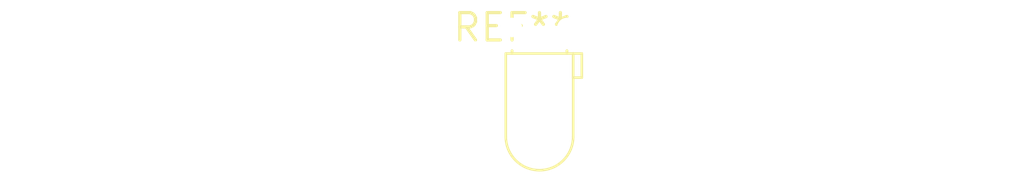
<source format=kicad_pcb>
(kicad_pcb (version 20240108) (generator pcbnew)
  (layers (0 "F.Cu" signal) (31 "B.Cu" signal) (34 "B.Paste" user) (35 "F.Paste" user) (36 "B.SilkS" user "B.Silkscreen") (37 "F.SilkS" user "F.Silkscreen") (38 "B.Mask" user) (39 "F.Mask" user) (44 "Edge.Cuts" user))
  (net 0 "")
  (footprint "LED_D3.0mm_Horizontal_O1.27mm_Z2.0mm_Clear" (layer "F.Cu") (at 0 0)
    (property "Reference" "REF**")
    (property "Value" "LED_D3.0mm_Horizontal_O1.27mm_Z2.0mm_Clear")
    (fp_line (start -0.29 1.21) (end -0.29 5.07) (layer "F.SilkS") (stroke (width 0.12)))
    (fp_line (start -0.29 1.21) (end 2.83 1.21) (layer "F.SilkS") (stroke (width 0.12)))
    (fp_line (start 0 1.08) (end 0 1.08) (layer "F.SilkS") (stroke (width 0.12)))
    (fp_line (start 0 1.08) (end 0 1.21) (layer "F.SilkS") (stroke (width 0.12)))
    (fp_line (start 0 1.21) (end 0 1.08) (layer "F.SilkS") (stroke (width 0.12)))
    (fp_line (start 0 1.21) (end 0 1.21) (layer "F.SilkS") (stroke (width 0.12)))
    (fp_line (start 2.54 1.08) (end 2.54 1.08) (layer "F.SilkS") (stroke (width 0.12)))
    (fp_line (start 2.54 1.08) (end 2.54 1.21) (layer "F.SilkS") (stroke (width 0.12)))
    (fp_line (start 2.54 1.21) (end 2.54 1.08) (layer "F.SilkS") (stroke (width 0.12)))
    (fp_line (start 2.54 1.21) (end 2.54 1.21) (layer "F.SilkS") (stroke (width 0.12)))
    (fp_line (start 2.83 1.21) (end 2.83 5.07) (layer "F.SilkS") (stroke (width 0.12)))
    (fp_line (start 2.83 1.21) (end 3.23 1.21) (layer "F.SilkS") (stroke (width 0.12)))
    (fp_line (start 2.83 2.33) (end 2.83 1.21) (layer "F.SilkS") (stroke (width 0.12)))
    (fp_line (start 3.23 1.21) (end 3.23 2.33) (layer "F.SilkS") (stroke (width 0.12)))
    (fp_line (start 3.23 2.33) (end 2.83 2.33) (layer "F.SilkS") (stroke (width 0.12)))
    (fp_arc (start 2.83 5.07) (mid 1.27 6.63) (end -0.29 5.07) (layer "F.SilkS") (stroke (width 0.12)))
    (pad "1" thru_hole rect (at 0 0) (size 1.8 1.8) (drill 0.9) (layers *.Cu *.Mask) (remove_unused_layers))
    (pad "2" thru_hole circle (at 2.54 0) (size 1.8 1.8) (drill 0.9) (layers *.Cu *.Mask) (remove_unused_layers))
  )
)
</source>
